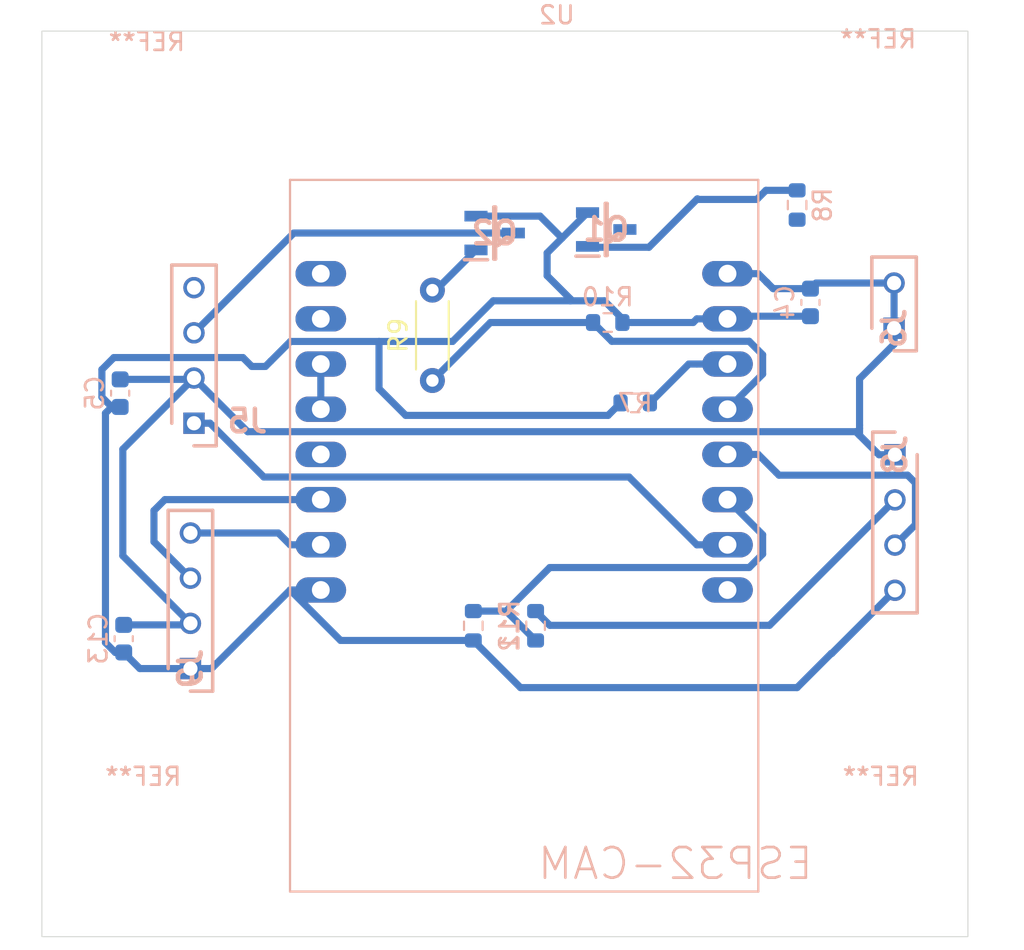
<source format=kicad_pcb>
(kicad_pcb (version 20241229) (generator "pcbnew") (generator_version "9.0")
  (layers (0 "F.Cu" signal) (2 "B.Cu" signal) (13 "F.Paste" user) (15 "B.Paste" user) (5 "F.SilkS" user "F.Silkscreen") (7 "B.SilkS" user "B.Silkscreen") (1 "F.Mask" user) (3 "B.Mask" user) (25 "Edge.Cuts" user))
  (net 0 "")
  (net 1 "+5V")
  (net 2 "GND")
  (net 4 "servo_GND")
  (net 5 "servo_PWM")
  (net 6 "UOR")
  (net 7 "UOT")
  (net 8 "LED_GND")
  (net 9 "Net-(Q1-G)")
  (net 10 "Net-(Q2-G)")
  (net 11 "Net-(U2-IO12)")
  (net 12 "Net-(U2-IO13)")
  (net 13 "echo")
  (net 14 "Net-(U2-IO14)")
  (net 16 "Net-(U2-GND.)")
  (net 17 "trig")
  (footprint "Resistor_THT:R_Axial_DIN0204_L3.6mm_D1.6mm_P5.08mm_Horizontal" (layer "F.Cu") (at 152 71.54 90)
    (property "Reference" "R9" (at 2.54 -1.92 90) (layer "F.SilkS"))
    (property "Value" "100")
    (fp_line (start 0.62 -0.92) (end 4.46 -0.92) (stroke (width 0.12)) (layer "F.SilkS"))
    (fp_line (start 0.62 0.92) (end 4.46 0.92) (stroke (width 0.12)) (layer "F.SilkS"))
    (pad "1" thru_hole circle (at 0 0 90) (size 1.4 1.4) (drill 0.7) (layers "*.Cu" "*.Mask") (net 12 "Net-(U2-IO13)"))
    (pad "2" thru_hole circle (at 5.08 0 90) (size 1.4 1.4) (drill 0.7) (layers "*.Cu" "*.Mask") (net 10 "Net-(Q2-G)"))
  )
  (footprint "MountingHole:MountingHole_3.5mm" (layer "B.Cu") (at 135.75 98.25 180)
    (property "Reference" "REF**" (at 0 4.45 0) (layer "B.SilkS") (effects (justify mirror)))
    (property "Value" "MountingHole_3.5mm")
    (pad "" np_thru_hole circle (at 0 0 180) (size 3.5 3.5) (drill 3.5) (layers "*.Cu" "*.Mask"))
  )
  (footprint "bird-feeder:pin_4_RHDR4W60P0X254_1X4_1016X250X840P" (layer "B.Cu") (at 178 75.71 -90)
    (property "Reference" "J8" (at 0 0 90) (layer "B.SilkS") (effects (font (size 1.27 1.27) (thickness 0.254)) (justify mirror)))
    (property "Value" "ultrasonic" (hide yes))
    (fp_line (start -1.27 1.25) (end -1.27 0) (stroke (width 0.2)) (layer "B.SilkS"))
    (fp_line (start 8.89 1.25) (end -1.27 1.25) (stroke (width 0.2)) (layer "B.SilkS"))
    (fp_line (start 0 -1.25) (end 8.89 -1.25) (stroke (width 0.2)) (layer "B.SilkS"))
    (fp_line (start 8.89 -1.25) (end 8.89 1.25) (stroke (width 0.2)) (layer "B.SilkS"))
    (pad "1" thru_hole rect (at 0 0 270) (size 1.2 1.2) (drill 0.8) (layers "*.Cu" "*.Mask") (net 1 "+5V"))
    (pad "2" thru_hole circle (at 2.54 0 270) (size 1.2 1.2) (drill 0.8) (layers "*.Cu" "*.Mask") (net 13 "echo"))
    (pad "3" thru_hole circle (at 5.08 0 270) (size 1.2 1.2) (drill 0.8) (layers "*.Cu" "*.Mask") (net 17 "trig"))
    (pad "4" thru_hole circle (at 7.62 0 270) (size 1.2 1.2) (drill 0.8) (layers "*.Cu" "*.Mask") (net 2 "GND"))
  )
  (footprint "MountingHole:MountingHole_3.5mm" (layer "B.Cu") (at 135.95 56.95 180)
    (property "Reference" "REF**" (at 0 4.45 0) (layer "B.SilkS") (effects (justify mirror)))
    (property "Value" "MountingHole_3.5mm")
    (pad "" np_thru_hole circle (at 0 0 180) (size 3.5 3.5) (drill 3.5) (layers "*.Cu" "*.Mask"))
  )
  (footprint "Capacitor_SMD:C_0603_1608Metric" (layer "B.Cu") (at 134.45 72.25 -90)
    (property "Reference" "C5" (at 0 1.43 90) (layer "B.SilkS") (effects (justify mirror)))
    (property "Value" "100 μ")
    (fp_line (start -0.14058 0.51) (end 0.14058 0.51) (stroke (width 0.12)) (layer "B.SilkS"))
    (fp_line (start -0.14058 -0.51) (end 0.14058 -0.51) (stroke (width 0.12)) (layer "B.SilkS"))
    (pad "1" smd roundrect (at -0.775 0 270) (size 0.9 0.95) (layers "B.Cu" "B.Mask" "B.Paste") (net 1 "+5V"))
    (pad "2" smd roundrect (at 0.775 0 270) (size 0.9 0.95) (layers "B.Cu" "B.Mask" "B.Paste") (net 2 "GND"))
  )
  (footprint "Resistor_SMD:R_0603_1608Metric" (layer "B.Cu") (at 157.8 85.325 -90)
    (property "Reference" "R11" (at 0 1.43 90) (layer "B.SilkS") (effects (justify mirror)))
    (property "Value" "10 k")
    (fp_line (start -0.237258 0.5225) (end 0.237258 0.5225) (stroke (width 0.12)) (layer "B.SilkS"))
    (fp_line (start -0.237258 -0.5225) (end 0.237258 -0.5225) (stroke (width 0.12)) (layer "B.SilkS"))
    (pad "1" smd roundrect (at -0.825 0 270) (size 0.8 0.95) (layers "B.Cu" "B.Mask" "B.Paste") (net 13 "echo"))
    (pad "2" smd roundrect (at 0.825 0 270) (size 0.8 0.95) (layers "B.Cu" "B.Mask" "B.Paste") (net 14 "Net-(U2-IO14)"))
  )
  (footprint "Resistor_SMD:R_0603_1608Metric" (layer "B.Cu") (at 161.855 68.28 180)
    (property "Reference" "R10" (at 0 1.43 0) (layer "B.SilkS") (effects (justify mirror)))
    (property "Value" "100 k")
    (fp_line (start -0.237258 0.5225) (end 0.237258 0.5225) (stroke (width 0.12)) (layer "B.SilkS"))
    (fp_line (start -0.237258 -0.5225) (end 0.237258 -0.5225) (stroke (width 0.12)) (layer "B.SilkS"))
    (pad "1" smd roundrect (at -0.825 0 180) (size 0.8 0.95) (layers "B.Cu" "B.Mask" "B.Paste") (net 2 "GND"))
    (pad "2" smd roundrect (at 0.825 0 180) (size 0.8 0.95) (layers "B.Cu" "B.Mask" "B.Paste") (net 12 "Net-(U2-IO13)"))
  )
  (footprint "Resistor_SMD:R_0603_1608Metric" (layer "B.Cu") (at 154.3 85.325 -90)
    (property "Reference" "R12" (at 0 -2 90) (layer "B.SilkS") (effects (justify mirror)))
    (property "Value" "20 k")
    (fp_line (start -0.237258 0.5225) (end 0.237258 0.5225) (stroke (width 0.12)) (layer "B.SilkS"))
    (fp_line (start -0.237258 -0.5225) (end 0.237258 -0.5225) (stroke (width 0.12)) (layer "B.SilkS"))
    (pad "1" smd roundrect (at -0.825 0 270) (size 0.8 0.95) (layers "B.Cu" "B.Mask" "B.Paste") (net 14 "Net-(U2-IO14)"))
    (pad "2" smd roundrect (at 0.825 0 270) (size 0.8 0.95) (layers "B.Cu" "B.Mask" "B.Paste") (net 2 "GND"))
  )
  (footprint "bird-feeder:pin_4_RHDR4W60P0X254_1X4_1016X250X840P" (layer "B.Cu") (at 138.6 73.94 90)
    (property "Reference" "J5" (at 0.12 3 0) (layer "B.SilkS") (effects (font (size 1.27 1.27) (thickness 0.254)) (justify mirror)))
    (property "Value" "servo" (hide yes))
    (fp_line (start 8.89 -1.25) (end 8.89 1.25) (stroke (width 0.2)) (layer "B.SilkS"))
    (fp_line (start 0 -1.25) (end 8.89 -1.25) (stroke (width 0.2)) (layer "B.SilkS"))
    (fp_line (start 8.89 1.25) (end -1.27 1.25) (stroke (width 0.2)) (layer "B.SilkS"))
    (fp_line (start -1.27 1.25) (end -1.27 0) (stroke (width 0.2)) (layer "B.SilkS"))
    (pad "1" thru_hole rect (at 0 0 90) (size 1.2 1.2) (drill 0.8) (layers "*.Cu" "*.Mask") (net 5 "servo_PWM"))
    (pad "2" thru_hole circle (at 2.54 0 90) (size 1.2 1.2) (drill 0.8) (layers "*.Cu" "*.Mask") (net 1 "+5V"))
    (pad "3" thru_hole circle (at 5.08 0 90) (size 1.2 1.2) (drill 0.8) (layers "*.Cu" "*.Mask") (net 4 "servo_GND"))
    (pad "4" thru_hole circle (at 7.62 0 90) (size 1.2 1.2) (drill 0.8) (layers "*.Cu" "*.Mask"))
  )
  (footprint "bird-feeder:IRL_SOT95P237X112-3N" (layer "B.Cu") (at 161.77 63.05)
    (property "Reference" "Q1" (at 0 0 0) (layer "B.SilkS") (effects (font (size 1.27 1.27) (thickness 0.254)) (justify mirror)))
    (property "Value" "IRLML2502TRPBF" (hide yes))
    (fp_line (start -1.7 1.5) (end -0.4 1.5) (stroke (width 0.2)) (layer "B.SilkS"))
    (fp_line (start -0.05 -1.46) (end -0.05 1.46) (stroke (width 0.2)) (layer "B.SilkS"))
    (fp_line (start -0.05 1.46) (end 0.05 1.46) (stroke (width 0.2)) (layer "B.SilkS"))
    (fp_line (start 0.05 -1.46) (end -0.05 -1.46) (stroke (width 0.2)) (layer "B.SilkS"))
    (fp_line (start 0.05 1.46) (end 0.05 -1.46) (stroke (width 0.2)) (layer "B.SilkS"))
    (pad "1" smd rect (at -1.05 0.95 270) (size 0.6 1.3) (layers "B.Cu" "B.Mask" "B.Paste") (net 9 "Net-(Q1-G)"))
    (pad "2" smd rect (at -1.05 -0.95 270) (size 0.6 1.3) (layers "B.Cu" "B.Mask" "B.Paste") (net 2 "GND"))
    (pad "3" smd rect (at 1.05 0 270) (size 0.6 1.3) (layers "B.Cu" "B.Mask" "B.Paste") (net 8 "LED_GND"))
  )
  (footprint "bird-feeder:pin_2_RHDR4W60P0X254_1X4_1016X250X840P_1" (layer "B.Cu") (at 177.95 68.6 90)
    (property "Reference" "J6" (at 0 0 90) (layer "B.SilkS") (effects (font (size 1.27 1.27) (thickness 0.254)) (justify mirror)))
    (property "Value" "5V_DC/DC" (hide yes))
    (fp_line (start 4 -1.25) (end 4 1.25) (stroke (width 0.2)) (layer "B.SilkS"))
    (fp_line (start 0 -1.25) (end 4 -1.25) (stroke (width 0.2)) (layer "B.SilkS"))
    (fp_line (start 4 1.25) (end -1.27 1.25) (stroke (width 0.2)) (layer "B.SilkS"))
    (fp_line (start -1.27 1.25) (end -1.27 0) (stroke (width 0.2)) (layer "B.SilkS"))
    (pad "1" thru_hole rect (at 0 0 90) (size 1.2 1.2) (drill 0.8) (layers "*.Cu" "*.Mask") (net 1 "+5V"))
    (pad "2" thru_hole circle (at 2.54 0 90) (size 1.2 1.2) (drill 0.8) (layers "*.Cu" "*.Mask") (net 1 "+5V"))
  )
  (footprint "MountingHole:MountingHole_3.5mm" (layer "B.Cu") (at 177.2 98.25 180)
    (property "Reference" "REF**" (at 0 4.45 0) (layer "B.SilkS") (effects (justify mirror)))
    (property "Value" "MountingHole_3.5mm")
    (pad "" np_thru_hole circle (at 0 0 180) (size 3.5 3.5) (drill 3.5) (layers "*.Cu" "*.Mask"))
  )
  (footprint "bird-feeder:IRL_SOT95P237X112-3N" (layer "B.Cu") (at 155.5 63.25)
    (property "Reference" "Q2" (at 0 0 0) (layer "B.SilkS") (effects (font (size 1.27 1.27) (thickness 0.254)) (justify mirror)))
    (property "Value" "IRLML2502TRPBF" (hide yes))
    (fp_line (start -1.7 1.5) (end -0.4 1.5) (stroke (width 0.2)) (layer "B.SilkS"))
    (fp_line (start -0.05 -1.46) (end -0.05 1.46) (stroke (width 0.2)) (layer "B.SilkS"))
    (fp_line (start -0.05 1.46) (end 0.05 1.46) (stroke (width 0.2)) (layer "B.SilkS"))
    (fp_line (start 0.05 -1.46) (end -0.05 -1.46) (stroke (width 0.2)) (layer "B.SilkS"))
    (fp_line (start 0.05 1.46) (end 0.05 -1.46) (stroke (width 0.2)) (layer "B.SilkS"))
    (pad "1" smd rect (at -1.05 0.95 270) (size 0.6 1.3) (layers "B.Cu" "B.Mask" "B.Paste") (net 10 "Net-(Q2-G)"))
    (pad "2" smd rect (at -1.05 -0.95 270) (size 0.6 1.3) (layers "B.Cu" "B.Mask" "B.Paste") (net 2 "GND"))
    (pad "3" smd rect (at 1.05 0 270) (size 0.6 1.3) (layers "B.Cu" "B.Mask" "B.Paste") (net 4 "servo_GND"))
  )
  (footprint "Library:ESP32-CAM" (layer "B.Cu") (at 157.158 75.6935 180)
    (property "Reference" "U2" (at -1.842 24.6935 0) (layer "B.SilkS") (effects (justify mirror)))
    (property "Value" "ESP32-CAM")
    (fp_line (start 13.16 15.43) (end 13.16 -24.57) (stroke (width 0.127)) (layer "B.SilkS"))
    (fp_line (start 13.16 -24.57) (end -13.16 -24.57) (stroke (width 0.127)) (layer "B.SilkS"))
    (fp_line (start -13.16 15.43) (end 13.16 15.43) (stroke (width 0.127)) (layer "B.SilkS"))
    (fp_line (start -13.16 -24.57) (end -13.16 15.43) (stroke (width 0.127)) (layer "B.SilkS"))
    (pad "P$1" thru_hole oval (at -11.43 10.16 180) (size 2.8448 1.4224) (drill 1) (layers "*.Cu" "*.Mask") (net 1 "+5V"))
    (pad "P$2" thru_hole oval (at -11.43 7.62 180) (size 2.8448 1.4224) (drill 1) (layers "*.Cu" "*.Mask") (net 2 "GND"))
    (pad "P$3" thru_hole oval (at -11.43 5.08 180) (size 2.8448 1.4224) (drill 1) (layers "*.Cu" "*.Mask") (net 11 "Net-(U2-IO12)"))
    (pad "P$4" thru_hole oval (at -11.43 2.54 180) (size 2.8448 1.4224) (drill 1) (layers "*.Cu" "*.Mask") (net 12 "Net-(U2-IO13)"))
    (pad "P$5" thru_hole oval (at -11.43 0 180) (size 2.8448 1.4224) (drill 1) (layers "*.Cu" "*.Mask") (net 17 "trig"))
    (pad "P$6" thru_hole oval (at -11.43 -2.54 180) (size 2.8448 1.4224) (drill 1) (layers "*.Cu" "*.Mask") (net 14 "Net-(U2-IO14)"))
    (pad "P$7" thru_hole oval (at -11.43 -5.08 180) (size 2.8448 1.4224) (drill 1) (layers "*.Cu" "*.Mask") (net 5 "servo_PWM"))
    (pad "P$8" thru_hole oval (at -11.43 -7.62 180) (size 2.8448 1.4224) (drill 1) (layers "*.Cu" "*.Mask"))
    (pad "P$9" thru_hole oval (at 11.43 -7.62 180) (size 2.8448 1.4224) (drill 1) (layers "*.Cu" "*.Mask") (net 2 "GND"))
    (pad "P$10" thru_hole oval (at 11.43 -5.08 180) (size 2.8448 1.4224) (drill 1) (layers "*.Cu" "*.Mask") (net 7 "UOT"))
    (pad "P$11" thru_hole oval (at 11.43 -2.54 180) (size 2.8448 1.4224) (drill 1) (layers "*.Cu" "*.Mask") (net 6 "UOR"))
    (pad "P$12" thru_hole oval (at 11.43 0 180) (size 2.8448 1.4224) (drill 1) (layers "*.Cu" "*.Mask"))
    (pad "P$13" thru_hole oval (at 11.43 2.54 180) (size 2.8448 1.4224) (drill 1) (layers "*.Cu" "*.Mask") (net 16 "Net-(U2-GND.)"))
    (pad "P$14" thru_hole oval (at 11.43 5.08 180) (size 2.8448 1.4224) (drill 1) (layers "*.Cu" "*.Mask") (net 16 "Net-(U2-GND.)"))
    (pad "P$15" thru_hole oval (at 11.43 7.62 180) (size 2.8448 1.4224) (drill 1) (layers "*.Cu" "*.Mask"))
    (pad "P$16" thru_hole oval (at 11.43 10.16 180) (size 2.8448 1.4224) (drill 1) (layers "*.Cu" "*.Mask"))
  )
  (footprint "MountingHole:MountingHole_3.5mm" (layer "B.Cu") (at 177.05 56.8 180)
    (property "Reference" "REF**" (at 0 4.45 0) (layer "B.SilkS") (effects (justify mirror)))
    (property "Value" "MountingHole_3.5mm")
    (pad "" np_thru_hole circle (at 0 0 180) (size 3.5 3.5) (drill 3.5) (layers "*.Cu" "*.Mask"))
  )
  (footprint "Capacitor_SMD:C_0603_1608Metric" (layer "B.Cu") (at 134.65 86.05 -90)
    (property "Reference" "C13" (at 0 1.43 90) (layer "B.SilkS") (effects (justify mirror)))
    (property "Value" "1 μ")
    (fp_line (start -0.14058 0.51) (end 0.14058 0.51) (stroke (width 0.12)) (layer "B.SilkS"))
    (fp_line (start -0.14058 -0.51) (end 0.14058 -0.51) (stroke (width 0.12)) (layer "B.SilkS"))
    (pad "1" smd roundrect (at -0.775 0 270) (size 0.9 0.95) (layers "B.Cu" "B.Mask" "B.Paste") (net 1 "+5V"))
    (pad "2" smd roundrect (at 0.775 0 270) (size 0.9 0.95) (layers "B.Cu" "B.Mask" "B.Paste") (net 2 "GND"))
  )
  (footprint "Capacitor_SMD:C_0603_1608Metric" (layer "B.Cu") (at 173.25 67.15 -90)
    (property "Reference" "C4" (at 0 1.43 90) (layer "B.SilkS") (effects (justify mirror)))
    (property "Value" "10 μ")
    (fp_line (start -0.14058 0.51) (end 0.14058 0.51) (stroke (width 0.12)) (layer "B.SilkS"))
    (fp_line (start -0.14058 -0.51) (end 0.14058 -0.51) (stroke (width 0.12)) (layer "B.SilkS"))
    (pad "1" smd roundrect (at -0.775 0 270) (size 0.9 0.95) (layers "B.Cu" "B.Mask" "B.Paste") (net 1 "+5V"))
    (pad "2" smd roundrect (at 0.775 0 270) (size 0.9 0.95) (layers "B.Cu" "B.Mask" "B.Paste") (net 2 "GND"))
  )
  (footprint "bird-feeder:pin_4_RHDR4W60P0X254_1X4_1016X250X840P" (layer "B.Cu") (at 138.4 87.73 90)
    (property "Reference" "J9" (at 0 0 90) (layer "B.SilkS") (effects (font (size 1.27 1.27) (thickness 0.254)) (justify mirror)))
    (property "Value" "UART" (hide yes))
    (fp_line (start 8.89 -1.25) (end 8.89 1.25) (stroke (width 0.2)) (layer "B.SilkS"))
    (fp_line (start 0 -1.25) (end 8.89 -1.25) (stroke (width 0.2)) (layer "B.SilkS"))
    (fp_line (start 8.89 1.25) (end -1.27 1.25) (stroke (width 0.2)) (layer "B.SilkS"))
    (fp_line (start -1.27 1.25) (end -1.27 0) (stroke (width 0.2)) (layer "B.SilkS"))
    (pad "1" thru_hole rect (at 0 0 90) (size 1.2 1.2) (drill 0.8) (layers "*.Cu" "*.Mask") (net 2 "GND"))
    (pad "2" thru_hole circle (at 2.54 0 90) (size 1.2 1.2) (drill 0.8) (layers "*.Cu" "*.Mask") (net 1 "+5V"))
    (pad "3" thru_hole circle (at 5.08 0 90) (size 1.2 1.2) (drill 0.8) (layers "*.Cu" "*.Mask") (net 6 "UOR"))
    (pad "4" thru_hole circle (at 7.62 0 90) (size 1.2 1.2) (drill 0.8) (layers "*.Cu" "*.Mask") (net 7 "UOT"))
  )
  (footprint "Resistor_SMD:R_0603_1608Metric" (layer "B.Cu") (at 172.5 61.675 90)
    (property "Reference" "R8" (at 0 1.43 90) (layer "B.SilkS") (effects (justify mirror)))
    (property "Value" "100")
    (fp_line (start -0.237258 -0.5225) (end 0.237258 -0.5225) (stroke (width 0.12)) (layer "B.SilkS"))
    (fp_line (start -0.237258 0.5225) (end 0.237258 0.5225) (stroke (width 0.12)) (layer "B.SilkS"))
    (pad "1" smd roundrect (at -0.825 0 90) (size 0.8 0.95) (layers "B.Cu" "B.Mask" "B.Paste") (net 11 "Net-(U2-IO12)"))
    (pad "2" smd roundrect (at 0.825 0 90) (size 0.8 0.95) (layers "B.Cu" "B.Mask" "B.Paste") (net 9 "Net-(Q1-G)"))
  )
  (footprint "Resistor_SMD:R_0603_1608Metric" (layer "B.Cu") (at 163.4 72.8)
    (property "Reference" "R7" (at 0 0 0) (layer "B.SilkS") (effects (justify mirror)))
    (property "Value" "100 k" (hide yes))
    (fp_line (start -0.237258 -0.5225) (end 0.237258 -0.5225) (stroke (width 0.12)) (layer "B.SilkS"))
    (fp_line (start -0.237258 0.5225) (end 0.237258 0.5225) (stroke (width 0.12)) (layer "B.SilkS"))
    (pad "1" smd roundrect (at -0.825 0) (size 0.8 0.95) (layers "B.Cu" "B.Mask" "B.Paste") (net 2 "GND"))
    (pad "2" smd roundrect (at 0.825 0) (size 0.8 0.95) (layers "B.Cu" "B.Mask" "B.Paste") (net 11 "Net-(U2-IO12)"))
  )
  (gr_rect (start 130.05 51.9) (end 182.1 102.8) (stroke (width 0.05)) (fill no) (layer "Edge.Cuts"))
  (gr_text "ESP32-CAM" (at 165.658 98.6935 -0) (layer "B.SilkS") (effects (font (size 1.72 1.72)) (justify mirror)))
  (segment (start 173.25 66.375) (end 171.153954 66.375) (width 0.4) (layer "B.Cu") (net 1))
  (segment (start 176.01 71.4413) (end 177.95 69.5017) (width 0.4) (layer "B.Cu") (net 1))
  (segment (start 134.6 81.3904) (end 134.6 75.4) (width 0.4) (layer "B.Cu") (net 1))
  (segment (start 138.525 71.475) (end 138.6 71.4) (width 0.4) (layer "B.Cu") (net 1))
  (segment (start 176.01 74.2261) (end 176.01 74.05) (width 0.4) (layer "B.Cu") (net 1))
  (segment (start 137.027 83.8174) (end 134.6 81.3904) (width 0.4) (layer "B.Cu") (net 1))
  (segment (start 178 75.71) (end 177.098 75.71) (width 0.4) (layer "B.Cu") (net 1))
  (segment (start 176.01 74.6221) (end 176.01 74.2261) (width 0.4) (layer "B.Cu") (net 1))
  (segment (start 168.588 65.5335) (end 170.312 65.5335) (width 0.4) (layer "B.Cu") (net 1))
  (segment (start 177.95 68.6) (end 177.95 66.06) (width 0.4) (layer "B.Cu") (net 1))
  (segment (start 134.6 75.4) (end 138.6 71.4) (width 0.4) (layer "B.Cu") (net 1))
  (segment (start 177.95 66.06) (end 173.565 66.06) (width 0.4) (layer "B.Cu") (net 1))
  (segment (start 175.8036 74.4157) (end 141.6157 74.4157) (width 0.4) (layer "B.Cu") (net 1))
  (segment (start 170.789477 66.010523) (end 171.153954 66.375) (width 0.4) (layer "B.Cu") (net 1))
  (segment (start 134.65 85.275) (end 138.315 85.275) (width 0.4) (layer "B.Cu") (net 1))
  (segment (start 138.4 85.19) (end 137.027 83.8174) (width 0.4) (layer "B.Cu") (net 1))
  (segment (start 173.565 66.06) (end 173.25 66.375) (width 0.4) (layer "B.Cu") (net 1))
  (segment (start 177.95 68.6) (end 177.95 69.5017) (width 0.4) (layer "B.Cu") (net 1))
  (segment (start 176.01 74.6221) (end 175.8036 74.4157) (width 0.4) (layer "B.Cu") (net 1))
  (segment (start 176.01 74.05) (end 176.01 71.4413) (width 0.4) (layer "B.Cu") (net 1))
  (segment (start 141.6157 74.4157) (end 138.6 71.4) (width 0.4) (layer "B.Cu") (net 1))
  (segment (start 170.839 66.06) (end 170.789477 66.010523) (width 0.4) (layer "B.Cu") (net 1))
  (segment (start 134.45 71.475) (end 138.525 71.475) (width 0.4) (layer "B.Cu") (net 1))
  (segment (start 138.315 85.275) (end 138.4 85.19) (width 0.4) (layer "B.Cu") (net 1))
  (segment (start 177.098 75.71) (end 176.01 74.6221) (width 0.4) (layer "B.Cu") (net 1))
  (segment (start 170.789477 66.010523) (end 170.312 65.5335) (width 0.4) (layer "B.Cu") (net 1))
  (segment (start 158.45 64.37) (end 159.285 63.535) (width 0.4) (layer "B.Cu") (net 2))
  (segment (start 141.85 70.75) (end 142.6136 70.75) (width 0.4) (layer "B.Cu") (net 2))
  (segment (start 158.45 65.65) (end 158.45 64.37) (width 0.4) (layer "B.Cu") (net 2))
  (segment (start 161.666 67.0592) (end 159.758 67.0592) (width 0.4) (layer "B.Cu") (net 2))
  (segment (start 174.423 86.877) (end 172.5 88.8) (width 0.4) (layer "B.Cu") (net 2))
  (segment (start 146.84 86.15) (end 144.004 83.3135) (width 0.4) (layer "B.Cu") (net 2))
  (segment (start 149 69.3435) (end 153.13584 69.3435) (width 0.4) (layer "B.Cu") (net 2))
  (segment (start 172.5 88.8) (end 156.95 88.8) (width 0.4) (layer "B.Cu") (net 2))
  (segment (start 133.624 86.274) (end 133.624 73.376) (width 0.4) (layer "B.Cu") (net 2))
  (segment (start 140.492 86.825) (end 139.587 87.73) (width 0.4) (layer "B.Cu") (net 2))
  (segment (start 153.13584 69.3435) (end 155.42014 67.0592) (width 0.4) (layer "B.Cu") (net 2))
  (segment (start 166.6575 68.28) (end 162.68 68.28) (width 0.4) (layer "B.Cu") (net 2))
  (segment (start 166.864 68.0735) (end 166.6575 68.28) (width 0.4) (layer "B.Cu") (net 2))
  (segment (start 133.975 73.025) (end 134.45 73.025) (width 0.4) (layer "B.Cu") (net 2))
  (segment (start 149 72) (end 149 69.3435) (width 0.4) (layer "B.Cu") (net 2))
  (segment (start 159.758 66.958) (end 158.45 65.65) (width 0.4) (layer "B.Cu") (net 2))
  (segment (start 159.758 67.0592) (end 159.758 66.958) (width 0.4) (layer "B.Cu") (net 2))
  (segment (start 133.975 73.025) (end 133.424 72.474) (width 0.4) (layer "B.Cu") (net 2))
  (segment (start 159.285 63.535) (end 160.72 62.1) (width 0.4) (layer "B.Cu") (net 2))
  (segment (start 162.575 72.8) (end 161.875 73.5) (width 0.4) (layer "B.Cu") (net 2))
  (segment (start 150.5 73.5) (end 149 72) (width 0.4) (layer "B.Cu") (net 2))
  (segment (start 168.588 68.0735) (end 166.864 68.0735) (width 0.4) (layer "B.Cu") (net 2))
  (segment (start 139.587 87.73) (end 138.4 87.73) (width 0.4) (layer "B.Cu") (net 2))
  (segment (start 158.05 62.3) (end 154.45 62.3) (width 0.4) (layer "B.Cu") (net 2))
  (segment (start 134.65 86.825) (end 134.175 86.825) (width 0.4) (layer "B.Cu") (net 2))
  (segment (start 162.68 68.0732) (end 161.666 67.0592) (width 0.4) (layer "B.Cu") (net 2))
  (segment (start 144.02 69.3435) (end 149 69.3435) (width 0.4) (layer "B.Cu") (net 2))
  (segment (start 140.492 86.825) (end 144.004 83.3135) (width 0.4) (layer "B.Cu") (net 2))
  (segment (start 155.42014 67.0592) (end 159.758 67.0592) (width 0.4) (layer "B.Cu") (net 2))
  (segment (start 133.624 73.376) (end 133.975 73.025) (width 0.4) (layer "B.Cu") (net 2))
  (segment (start 135.555 87.73) (end 134.65 86.825) (width 0.4) (layer "B.Cu") (net 2))
  (segment (start 138.4 87.73) (end 135.555 87.73) (width 0.4) (layer "B.Cu") (net 2))
  (segment (start 154.3 86.15) (end 146.84 86.15) (width 0.4) (layer "B.Cu") (net 2))
  (segment (start 156.95 88.8) (end 154.3 86.15) (width 0.4) (layer "B.Cu") (net 2))
  (segment (start 142.917 70.4466) (end 144.02 69.3435) (width 0.4) (layer "B.Cu") (net 2))
  (segment (start 134.097336 70.249) (end 141.349 70.249) (width 0.4) (layer "B.Cu") (net 2))
  (segment (start 133.424 70.922336) (end 134.097336 70.249) (width 0.4) (layer "B.Cu") (net 2))
  (segment (start 141.349 70.249) (end 141.85 70.75) (width 0.4) (layer "B.Cu") (net 2))
  (segment (start 134.45 73.025) (end 133.975 73.025) (width 0.4) (layer "B.Cu") (net 2))
  (segment (start 145.728 83.3135) (end 144.004 83.3135) (width 0.4) (layer "B.Cu") (net 2))
  (segment (start 174.453 86.877) (end 174.423 86.877) (width 0.4) (layer "B.Cu") (net 2))
  (segment (start 173.25 67.925) (end 168.7365 67.925) (width 0.4) (layer "B.Cu") (net 2))
  (segment (start 142.6136 70.75) (end 142.917 70.4466) (width 0.4) (layer "B.Cu") (net 2))
  (segment (start 134.175 86.825) (end 133.624 86.274) (width 0.4) (layer "B.Cu") (net 2))
  (segment (start 159.285 63.535) (end 158.05 62.3) (width 0.4) (layer "B.Cu") (net 2))
  (segment (start 133.424 72.474) (end 133.424 70.922336) (width 0.4) (layer "B.Cu") (net 2))
  (segment (start 162.68 68.28) (end 162.68 68.0732) (width 0.4) (layer "B.Cu") (net 2))
  (segment (start 168.7365 67.925) (end 168.588 68.0735) (width 0.4) (layer "B.Cu") (net 2))
  (segment (start 178 83.33) (end 174.453 86.877) (width 0.4) (layer "B.Cu") (net 2))
  (segment (start 161.875 73.5) (end 150.5 73.5) (width 0.4) (layer "B.Cu") (net 2))
  (segment (start 156.55 63.25) (end 144.21 63.25) (width 0.4) (layer "B.Cu") (net 4))
  (segment (start 144.21 63.25) (end 138.6 68.86) (width 0.4) (layer "B.Cu") (net 4))
  (segment (start 168.588 80.7735) (end 166.864 80.7735) (width 0.4) (layer "B.Cu") (net 5))
  (segment (start 163.054 76.9635) (end 166.864 80.7735) (width 0.4) (layer "B.Cu") (net 5))
  (segment (start 138.6 73.94) (end 139.502 73.94) (width 0.4) (layer "B.Cu") (net 5))
  (segment (start 142.525 76.9635) (end 163.054 76.9635) (width 0.4) (layer "B.Cu") (net 5))
  (segment (start 139.502 73.94) (end 142.525 76.9635) (width 0.4) (layer "B.Cu") (net 5))
  (segment (start 136.35 78.85) (end 136.9665 78.2335) (width 0.4) (layer "B.Cu") (net 6))
  (segment (start 136.9665 78.2335) (end 145.728 78.2335) (width 0.4) (layer "B.Cu") (net 6))
  (segment (start 138.4 82.65) (end 136.35 80.6) (width 0.4) (layer "B.Cu") (net 6))
  (segment (start 136.35 80.6) (end 136.35 78.85) (width 0.4) (layer "B.Cu") (net 6))
  (segment (start 143.34 80.11) (end 144.004 80.7735) (width 0.4) (layer "B.Cu") (net 7))
  (segment (start 138.4 80.11) (end 143.34 80.11) (width 0.4) (layer "B.Cu") (net 7))
  (segment (start 145.728 80.7735) (end 144.004 80.7735) (width 0.4) (layer "B.Cu") (net 7))
  (segment (start 164.171 64.051) (end 160.771 64.051) (width 0.4) (layer "B.Cu") (net 9))
  (segment (start 160.771 64.051) (end 160.72 64) (width 0.4) (layer "B.Cu") (net 9))
  (segment (start 166.861 61.361) (end 170.236 61.361) (width 0.4) (layer "B.Cu") (net 9))
  (segment (start 166.897 61.325) (end 166.861 61.361) (width 0.4) (layer "B.Cu") (net 9))
  (segment (start 172.5 60.85) (end 170.747 60.85) (width 0.4) (layer "B.Cu") (net 9))
  (segment (start 166.861 61.361) (end 164.171 64.051) (width 0.4) (layer "B.Cu") (net 9))
  (segment (start 170.236 61.361) (end 170.747 60.85) (width 0.4) (layer "B.Cu") (net 9))
  (segment (start 152.19 66.46) (end 154.45 64.2) (width 0.4) (layer "B.Cu") (net 10))
  (segment (start 152 66.46) (end 152.19 66.46) (width 0.4) (layer "B.Cu") (net 10))
  (segment (start 168.247 70.6135) (end 166.864 70.6135) (width 0.4) (layer "B.Cu") (net 11))
  (segment (start 166.412 70.6135) (end 166.864 70.6135) (width 0.4) (layer "B.Cu") (net 11))
  (segment (start 164.225 72.8) (end 166.412 70.6135) (width 0.4) (layer "B.Cu") (net 11))
  (segment (start 168.247 70.6135) (end 168.588 70.6135) (width 0.4) (layer "B.Cu") (net 11))
  (segment (start 170.5614 70.09068) (end 169.80642 69.3357) (width 0.4) (layer "B.Cu") (net 12))
  (segment (start 168.588 73.1535) (end 170.5614 71.1801) (width 0.4) (layer "B.Cu") (net 12))
  (segment (start 169.80642 69.3357) (end 162.0857 69.3357) (width 0.4) (layer "B.Cu") (net 12))
  (segment (start 162.0857 69.3357) (end 161.03 68.28) (width 0.4) (layer "B.Cu") (net 12))
  (segment (start 161.03 68.28) (end 155.26 68.28) (width 0.4) (layer "B.Cu") (net 12))
  (segment (start 155.26 68.28) (end 152 71.54) (width 0.4) (layer "B.Cu") (net 12))
  (segment (start 170.5614 71.1801) (end 170.5614 70.09068) (width 0.4) (layer "B.Cu") (net 12))
  (segment (start 157.8 84.5) (end 158.6 85.3) (width 0.4) (layer "B.Cu") (net 13))
  (segment (start 170.95 85.3) (end 178 78.25) (width 0.4) (layer "B.Cu") (net 13))
  (segment (start 158.6 85.3) (end 170.95 85.3) (width 0.4) (layer "B.Cu") (net 13))
  (segment (start 156.15 84.5) (end 156.356 84.7062) (width 0.4) (layer "B.Cu") (net 14))
  (segment (start 170.5614 80.2069) (end 168.588 78.2335) (width 0.4) (layer "B.Cu") (net 14))
  (segment (start 158.5987 82.0513) (end 169.80642 82.0513) (width 0.4) (layer "B.Cu") (net 14))
  (segment (start 169.80642 82.0513) (end 170.5614 81.29632) (width 0.4) (layer "B.Cu") (net 14))
  (segment (start 154.3 84.5) (end 156.15 84.5) (width 0.4) (layer "B.Cu") (net 14))
  (segment (start 170.5614 81.29632) (end 170.5614 80.2069) (width 0.4) (layer "B.Cu") (net 14))
  (segment (start 156.356 84.7062) (end 157.8 86.15) (width 0.4) (layer "B.Cu") (net 14))
  (segment (start 156.15 84.5) (end 158.5987 82.0513) (width 0.4) (layer "B.Cu") (net 14))
  (segment (start 145.728 73.1535) (end 145.728 70.6135) (width 0.4) (layer "B.Cu") (net 16))
  (segment (start 171.4796 76.861) (end 171.325 76.7064) (width 0.4) (layer "B.Cu") (net 17))
  (segment (start 179.151 77.301) (end 178.711 76.861) (width 0.4) (layer "B.Cu") (net 17))
  (segment (start 178.906 79.8842) (end 179.151 79.6392) (width 0.4) (layer "B.Cu") (net 17))
  (segment (start 178 80.79) (end 178.906 79.8842) (width 0.4) (layer "B.Cu") (net 17))
  (segment (start 178.711 76.861) (end 171.4796 76.861) (width 0.4) (layer "B.Cu") (net 17))
  (segment (start 179.151 79.6392) (end 179.151 77.301) (width 0.4) (layer "B.Cu") (net 17))
  (segment (start 171.325 76.7064) (end 170.312 75.6935) (width 0.4) (layer "B.Cu") (net 17))
  (segment (start 168.588 75.6935) (end 170.312 75.6935) (width 0.4) (layer "B.Cu") (net 17))
)
</source>
